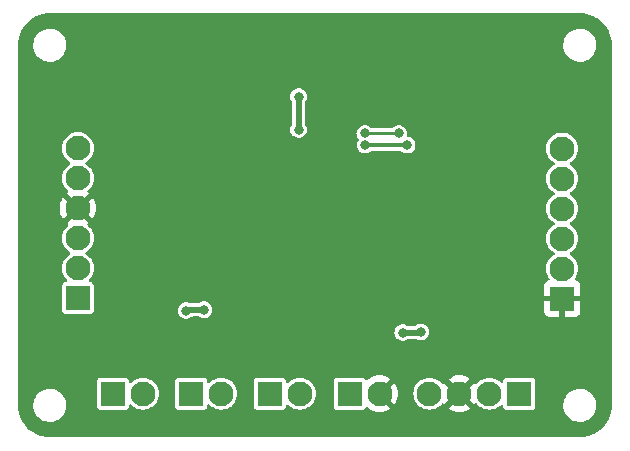
<source format=gbr>
%TF.GenerationSoftware,KiCad,Pcbnew,7.0.6*%
%TF.CreationDate,2024-03-10T00:39:51+00:00*%
%TF.ProjectId,RobotArmMK1.2,526f626f-7441-4726-9d4d-4b312e322e6b,rev?*%
%TF.SameCoordinates,Original*%
%TF.FileFunction,Copper,L2,Bot*%
%TF.FilePolarity,Positive*%
%FSLAX46Y46*%
G04 Gerber Fmt 4.6, Leading zero omitted, Abs format (unit mm)*
G04 Created by KiCad (PCBNEW 7.0.6) date 2024-03-10 00:39:51*
%MOMM*%
%LPD*%
G01*
G04 APERTURE LIST*
%TA.AperFunction,ComponentPad*%
%ADD10C,2.100000*%
%TD*%
%TA.AperFunction,ComponentPad*%
%ADD11R,2.100000X2.100000*%
%TD*%
%TA.AperFunction,ViaPad*%
%ADD12C,0.800000*%
%TD*%
%TA.AperFunction,Conductor*%
%ADD13C,0.500000*%
%TD*%
%TA.AperFunction,Conductor*%
%ADD14C,0.300000*%
%TD*%
%TA.AperFunction,Conductor*%
%ADD15C,0.250000*%
%TD*%
G04 APERTURE END LIST*
D10*
%TO.P,J6,4,Pin_4*%
%TO.N,unconnected-(J6-Pin_4-Pad4)*%
X159750000Y-115000000D03*
%TO.P,J6,3,Pin_3*%
%TO.N,GND*%
X162290000Y-115000000D03*
%TO.P,J6,2,Pin_2*%
%TO.N,PB5_NEO*%
X164830000Y-115000000D03*
D11*
%TO.P,J6,1,Pin_1*%
%TO.N,+5V*%
X167370000Y-115000000D03*
%TD*%
D10*
%TO.P,J4,2,Pin_2*%
%TO.N,PB1_S4*%
X142132500Y-115000000D03*
D11*
%TO.P,J4,1,Pin_1*%
%TO.N,PD6_S3*%
X139592500Y-115000000D03*
%TD*%
%TO.P,J7,1,Pin_1*%
%TO.N,VBUS*%
X153000000Y-115000000D03*
D10*
%TO.P,J7,2,Pin_2*%
%TO.N,GND*%
X155540000Y-115000000D03*
%TD*%
D11*
%TO.P,J5,1,Pin_1*%
%TO.N,PB2_S5*%
X146250000Y-115000000D03*
D10*
%TO.P,J5,2,Pin_2*%
%TO.N,PB3_S6*%
X148790000Y-115000000D03*
%TD*%
D11*
%TO.P,J1,1,Pin_1*%
%TO.N,unconnected-(J1-Pin_1-Pad1)*%
X130000000Y-106910000D03*
D10*
%TO.P,J1,2,Pin_2*%
%TO.N,Net-(J1-Pin_2)*%
X130000000Y-104370000D03*
%TO.P,J1,3,Pin_3*%
%TO.N,PD2_HC05TX*%
X130000000Y-101830000D03*
%TO.P,J1,4,Pin_4*%
%TO.N,GND*%
X130000000Y-99290000D03*
%TO.P,J1,5,Pin_5*%
%TO.N,unconnected-(J1-Pin_5-Pad5)*%
X130000000Y-96750000D03*
%TO.P,J1,6,Pin_6*%
%TO.N,+5V*%
X130000000Y-94210000D03*
%TD*%
D11*
%TO.P,J2,1,Pin_1*%
%TO.N,GND*%
X171000000Y-106950000D03*
D10*
%TO.P,J2,2,Pin_2*%
%TO.N,unconnected-(J2-Pin_2-Pad2)*%
X171000000Y-104410000D03*
%TO.P,J2,3,Pin_3*%
%TO.N,+5V*%
X171000000Y-101870000D03*
%TO.P,J2,4,Pin_4*%
%TO.N,PD0_FTDITX*%
X171000000Y-99330000D03*
%TO.P,J2,5,Pin_5*%
%TO.N,PD1_FTDIRX*%
X171000000Y-96790000D03*
%TO.P,J2,6,Pin_6*%
%TO.N,Net-(J2-Pin_6)*%
X171000000Y-94250000D03*
%TD*%
D11*
%TO.P,J3,1,Pin_1*%
%TO.N,PD3_S1*%
X132960000Y-115000000D03*
D10*
%TO.P,J3,2,Pin_2*%
%TO.N,PD5_S2*%
X135500000Y-115000000D03*
%TD*%
D12*
%TO.N,VBUS*%
X157490500Y-109827360D03*
%TO.N,GND*%
X150210000Y-96960000D03*
X145280000Y-100680000D03*
X142270000Y-100110000D03*
X142080000Y-95640000D03*
X136050000Y-95350000D03*
X132050000Y-99310000D03*
X134920000Y-105910000D03*
X154040000Y-95690000D03*
X156980000Y-107110000D03*
X161530000Y-108060000D03*
X161330000Y-113450000D03*
X155600000Y-112700000D03*
X168750000Y-106980000D03*
X160570000Y-90360000D03*
X164710000Y-90260000D03*
%TO.N,+5V*%
X148680000Y-92649502D03*
X148680000Y-89850498D03*
%TO.N,Net-(J1-Pin_2)*%
X139160500Y-107969137D03*
X140659500Y-107900000D03*
%TO.N,VBUS*%
X159010000Y-109780000D03*
%TO.N,PD0_FTDITX*%
X154290000Y-92970000D03*
X157149502Y-92970000D03*
%TO.N,PD1_FTDIRX*%
X154334709Y-93968502D03*
X157874002Y-93970000D03*
%TD*%
D13*
%TO.N,Net-(J1-Pin_2)*%
X139229637Y-107900000D02*
X140659500Y-107900000D01*
X139160500Y-107969137D02*
X139229637Y-107900000D01*
D14*
%TO.N,PD1_FTDIRX*%
X154336207Y-93970000D02*
X154334709Y-93968502D01*
X157874002Y-93970000D02*
X154336207Y-93970000D01*
D15*
%TO.N,PD0_FTDITX*%
X157149502Y-92970000D02*
X154290000Y-92970000D01*
D13*
%TO.N,+5V*%
X148680000Y-92649502D02*
X148680000Y-89850498D01*
%TO.N,VBUS*%
X157490500Y-109827360D02*
X158962640Y-109827360D01*
X158962640Y-109827360D02*
X159010000Y-109780000D01*
%TD*%
%TA.AperFunction,Conductor*%
%TO.N,GND*%
G36*
X172501735Y-82800598D02*
G01*
X172642940Y-82808527D01*
X172798780Y-82817279D01*
X172805670Y-82818055D01*
X173054372Y-82860311D01*
X173097257Y-82867598D01*
X173104041Y-82869146D01*
X173388242Y-82951023D01*
X173394809Y-82953322D01*
X173531428Y-83009911D01*
X173668060Y-83066505D01*
X173674309Y-83069515D01*
X173860496Y-83172416D01*
X173933170Y-83212582D01*
X173939062Y-83216284D01*
X174180268Y-83387429D01*
X174185708Y-83391767D01*
X174406236Y-83588843D01*
X174411156Y-83593763D01*
X174608232Y-83814291D01*
X174612570Y-83819731D01*
X174783715Y-84060937D01*
X174787417Y-84066829D01*
X174930480Y-84325682D01*
X174933497Y-84331947D01*
X174949376Y-84370282D01*
X175046677Y-84605190D01*
X175048976Y-84611757D01*
X175130853Y-84895958D01*
X175132401Y-84902742D01*
X175181942Y-85194315D01*
X175182721Y-85201229D01*
X175199402Y-85498263D01*
X175199500Y-85501740D01*
X175199500Y-115998258D01*
X175199402Y-116001735D01*
X175182721Y-116298770D01*
X175181942Y-116305684D01*
X175132401Y-116597257D01*
X175130853Y-116604041D01*
X175048976Y-116888242D01*
X175046677Y-116894809D01*
X174933499Y-117168048D01*
X174930480Y-117174317D01*
X174787417Y-117433170D01*
X174783715Y-117439062D01*
X174612570Y-117680268D01*
X174608232Y-117685708D01*
X174411156Y-117906236D01*
X174406236Y-117911156D01*
X174185708Y-118108232D01*
X174180268Y-118112570D01*
X173939062Y-118283715D01*
X173933170Y-118287417D01*
X173674317Y-118430480D01*
X173668048Y-118433499D01*
X173394809Y-118546677D01*
X173388242Y-118548976D01*
X173104041Y-118630853D01*
X173097257Y-118632401D01*
X172805684Y-118681942D01*
X172798770Y-118682721D01*
X172501735Y-118699402D01*
X172498258Y-118699500D01*
X127678913Y-118699500D01*
X127678901Y-118699499D01*
X127623057Y-118699499D01*
X127619581Y-118699401D01*
X127322547Y-118682723D01*
X127315632Y-118681944D01*
X127024057Y-118632404D01*
X127017273Y-118630856D01*
X126733069Y-118548981D01*
X126726507Y-118546685D01*
X126453264Y-118433505D01*
X126446996Y-118430487D01*
X126188138Y-118287423D01*
X126182247Y-118283721D01*
X126061643Y-118198148D01*
X125941030Y-118112570D01*
X125935604Y-118108242D01*
X125863834Y-118044105D01*
X125715065Y-117911157D01*
X125710152Y-117906245D01*
X125513071Y-117685713D01*
X125508741Y-117680284D01*
X125337586Y-117439066D01*
X125333886Y-117433177D01*
X125249664Y-117280789D01*
X125190817Y-117174313D01*
X125187807Y-117168064D01*
X125074621Y-116894809D01*
X125072324Y-116888246D01*
X124990447Y-116604044D01*
X124988899Y-116597260D01*
X124952890Y-116385331D01*
X124939355Y-116305672D01*
X124938579Y-116298779D01*
X124928538Y-116119987D01*
X124921918Y-116002091D01*
X124921820Y-115998614D01*
X124921820Y-115940346D01*
X126217022Y-115940346D01*
X126227139Y-116178528D01*
X126227139Y-116178532D01*
X126277365Y-116411580D01*
X126354705Y-116604044D01*
X126366256Y-116632790D01*
X126491251Y-116835795D01*
X126648756Y-117014755D01*
X126834240Y-117164523D01*
X127042366Y-117280790D01*
X127168271Y-117325275D01*
X127267149Y-117360211D01*
X127502110Y-117400499D01*
X127502118Y-117400499D01*
X127502120Y-117400500D01*
X127502121Y-117400500D01*
X127680822Y-117400500D01*
X127858856Y-117385347D01*
X127858859Y-117385346D01*
X127858861Y-117385346D01*
X128089569Y-117325275D01*
X128222293Y-117265279D01*
X128306800Y-117227080D01*
X128306801Y-117227078D01*
X128306806Y-117227077D01*
X128504323Y-117093579D01*
X128676438Y-116928621D01*
X128818199Y-116736947D01*
X128925527Y-116524074D01*
X128995336Y-116296123D01*
X129021110Y-116094856D01*
X131609500Y-116094856D01*
X131609502Y-116094882D01*
X131612413Y-116119987D01*
X131612415Y-116119991D01*
X131657793Y-116222764D01*
X131657794Y-116222764D01*
X131657794Y-116222765D01*
X131737235Y-116302206D01*
X131840009Y-116347585D01*
X131865135Y-116350500D01*
X134054864Y-116350499D01*
X134054879Y-116350497D01*
X134054882Y-116350497D01*
X134079987Y-116347586D01*
X134079988Y-116347585D01*
X134079991Y-116347585D01*
X134182765Y-116302206D01*
X134262206Y-116222765D01*
X134307585Y-116119991D01*
X134310500Y-116094865D01*
X134310500Y-116019755D01*
X134330183Y-115952719D01*
X134382986Y-115906963D01*
X134452144Y-115897019D01*
X134515701Y-115926043D01*
X134522180Y-115932076D01*
X134628599Y-116038495D01*
X134709089Y-116094855D01*
X134822165Y-116174032D01*
X134822167Y-116174033D01*
X134822170Y-116174035D01*
X135036337Y-116273903D01*
X135264592Y-116335063D01*
X135441034Y-116350500D01*
X135499999Y-116355659D01*
X135500000Y-116355659D01*
X135500001Y-116355659D01*
X135558966Y-116350500D01*
X135735408Y-116335063D01*
X135963663Y-116273903D01*
X136177830Y-116174035D01*
X136290909Y-116094856D01*
X138242000Y-116094856D01*
X138242002Y-116094882D01*
X138244913Y-116119987D01*
X138244915Y-116119991D01*
X138290293Y-116222764D01*
X138290294Y-116222764D01*
X138290294Y-116222765D01*
X138369735Y-116302206D01*
X138472509Y-116347585D01*
X138497635Y-116350500D01*
X140687364Y-116350499D01*
X140687379Y-116350497D01*
X140687382Y-116350497D01*
X140712487Y-116347586D01*
X140712488Y-116347585D01*
X140712491Y-116347585D01*
X140815265Y-116302206D01*
X140894706Y-116222765D01*
X140940085Y-116119991D01*
X140943000Y-116094865D01*
X140943000Y-116019755D01*
X140962683Y-115952719D01*
X141015486Y-115906963D01*
X141084644Y-115897019D01*
X141148201Y-115926043D01*
X141154680Y-115932076D01*
X141261099Y-116038495D01*
X141341589Y-116094855D01*
X141454665Y-116174032D01*
X141454667Y-116174033D01*
X141454670Y-116174035D01*
X141668837Y-116273903D01*
X141897092Y-116335063D01*
X142073534Y-116350500D01*
X142132499Y-116355659D01*
X142132500Y-116355659D01*
X142132501Y-116355659D01*
X142191466Y-116350500D01*
X142367908Y-116335063D01*
X142596163Y-116273903D01*
X142810330Y-116174035D01*
X142923409Y-116094856D01*
X144899500Y-116094856D01*
X144899502Y-116094882D01*
X144902413Y-116119987D01*
X144902415Y-116119991D01*
X144947793Y-116222764D01*
X144947794Y-116222764D01*
X144947794Y-116222765D01*
X145027235Y-116302206D01*
X145130009Y-116347585D01*
X145155135Y-116350500D01*
X147344864Y-116350499D01*
X147344879Y-116350497D01*
X147344882Y-116350497D01*
X147369987Y-116347586D01*
X147369988Y-116347585D01*
X147369991Y-116347585D01*
X147472765Y-116302206D01*
X147552206Y-116222765D01*
X147597585Y-116119991D01*
X147600500Y-116094865D01*
X147600500Y-116019755D01*
X147620183Y-115952719D01*
X147672986Y-115906963D01*
X147742144Y-115897019D01*
X147805701Y-115926043D01*
X147812180Y-115932076D01*
X147918599Y-116038495D01*
X147999089Y-116094855D01*
X148112165Y-116174032D01*
X148112167Y-116174033D01*
X148112170Y-116174035D01*
X148326337Y-116273903D01*
X148554592Y-116335063D01*
X148731034Y-116350500D01*
X148789999Y-116355659D01*
X148790000Y-116355659D01*
X148790001Y-116355659D01*
X148848966Y-116350500D01*
X149025408Y-116335063D01*
X149253663Y-116273903D01*
X149467830Y-116174035D01*
X149580909Y-116094856D01*
X151649500Y-116094856D01*
X151649502Y-116094882D01*
X151652413Y-116119987D01*
X151652415Y-116119991D01*
X151697793Y-116222764D01*
X151697794Y-116222765D01*
X151777235Y-116302206D01*
X151880009Y-116347585D01*
X151905135Y-116350500D01*
X154094864Y-116350499D01*
X154094879Y-116350497D01*
X154094882Y-116350497D01*
X154119987Y-116347586D01*
X154119988Y-116347585D01*
X154119991Y-116347585D01*
X154222765Y-116302206D01*
X154302206Y-116222765D01*
X154312367Y-116199750D01*
X154357449Y-116146378D01*
X154424235Y-116125849D01*
X154491518Y-116144686D01*
X154506332Y-116155549D01*
X154626113Y-116257852D01*
X154626118Y-116257855D01*
X154834138Y-116385331D01*
X155059542Y-116478696D01*
X155296780Y-116535651D01*
X155296779Y-116535651D01*
X155540000Y-116554792D01*
X155783219Y-116535651D01*
X156020457Y-116478696D01*
X156245861Y-116385331D01*
X156447942Y-116261494D01*
X155711569Y-115525121D01*
X155828458Y-115474349D01*
X155945739Y-115378934D01*
X156032928Y-115255415D01*
X156063354Y-115169802D01*
X156801494Y-115907942D01*
X156925331Y-115705861D01*
X157018696Y-115480457D01*
X157075651Y-115243219D01*
X157094792Y-115000000D01*
X158394341Y-115000000D01*
X158414936Y-115235403D01*
X158414938Y-115235413D01*
X158476094Y-115463655D01*
X158476096Y-115463659D01*
X158476097Y-115463663D01*
X158497336Y-115509209D01*
X158575965Y-115677830D01*
X158575967Y-115677834D01*
X158676544Y-115821471D01*
X158711505Y-115871401D01*
X158878599Y-116038495D01*
X158959089Y-116094855D01*
X159072165Y-116174032D01*
X159072167Y-116174033D01*
X159072170Y-116174035D01*
X159286337Y-116273903D01*
X159514592Y-116335063D01*
X159691034Y-116350500D01*
X159749999Y-116355659D01*
X159750000Y-116355659D01*
X159750001Y-116355659D01*
X159808966Y-116350500D01*
X159985408Y-116335063D01*
X160213663Y-116273903D01*
X160427830Y-116174035D01*
X160621401Y-116038495D01*
X160788495Y-115871401D01*
X160796063Y-115860591D01*
X160850637Y-115816966D01*
X160920135Y-115809769D01*
X160982491Y-115841289D01*
X161003367Y-115866922D01*
X161028504Y-115907942D01*
X161764070Y-115172376D01*
X161766884Y-115185915D01*
X161836442Y-115320156D01*
X161939638Y-115430652D01*
X162068819Y-115509209D01*
X162120002Y-115523549D01*
X161382056Y-116261494D01*
X161584138Y-116385331D01*
X161809542Y-116478696D01*
X162046780Y-116535651D01*
X162046779Y-116535651D01*
X162290000Y-116554792D01*
X162533219Y-116535651D01*
X162770457Y-116478696D01*
X162995861Y-116385331D01*
X163197942Y-116261494D01*
X162461568Y-115525121D01*
X162578458Y-115474349D01*
X162695739Y-115378934D01*
X162782928Y-115255415D01*
X162813354Y-115169802D01*
X163551494Y-115907942D01*
X163576632Y-115866922D01*
X163628443Y-115820047D01*
X163697373Y-115808624D01*
X163761536Y-115836281D01*
X163783934Y-115860589D01*
X163791500Y-115871395D01*
X163791505Y-115871401D01*
X163958599Y-116038495D01*
X164039089Y-116094855D01*
X164152165Y-116174032D01*
X164152167Y-116174033D01*
X164152170Y-116174035D01*
X164366337Y-116273903D01*
X164594592Y-116335063D01*
X164771034Y-116350500D01*
X164829999Y-116355659D01*
X164830000Y-116355659D01*
X164830001Y-116355659D01*
X164888966Y-116350500D01*
X165065408Y-116335063D01*
X165293663Y-116273903D01*
X165507830Y-116174035D01*
X165701401Y-116038495D01*
X165807822Y-115932073D01*
X165869141Y-115898591D01*
X165938833Y-115903575D01*
X165994767Y-115945446D01*
X166019184Y-116010910D01*
X166019500Y-116019755D01*
X166019500Y-116094855D01*
X166019502Y-116094882D01*
X166022413Y-116119987D01*
X166022415Y-116119991D01*
X166067793Y-116222764D01*
X166067794Y-116222764D01*
X166067794Y-116222765D01*
X166147235Y-116302206D01*
X166250009Y-116347585D01*
X166275135Y-116350500D01*
X168464864Y-116350499D01*
X168464879Y-116350497D01*
X168464882Y-116350497D01*
X168489987Y-116347586D01*
X168489988Y-116347585D01*
X168489991Y-116347585D01*
X168592765Y-116302206D01*
X168672206Y-116222765D01*
X168717585Y-116119991D01*
X168720500Y-116094865D01*
X168720500Y-115940346D01*
X171095702Y-115940346D01*
X171105819Y-116178528D01*
X171105819Y-116178532D01*
X171156045Y-116411580D01*
X171233385Y-116604044D01*
X171244936Y-116632790D01*
X171369931Y-116835795D01*
X171527436Y-117014755D01*
X171712920Y-117164523D01*
X171921046Y-117280790D01*
X172046951Y-117325275D01*
X172145829Y-117360211D01*
X172380790Y-117400499D01*
X172380798Y-117400499D01*
X172380800Y-117400500D01*
X172380801Y-117400500D01*
X172559502Y-117400500D01*
X172737536Y-117385347D01*
X172737539Y-117385346D01*
X172737541Y-117385346D01*
X172968249Y-117325275D01*
X173100973Y-117265279D01*
X173185480Y-117227080D01*
X173185481Y-117227078D01*
X173185486Y-117227077D01*
X173383003Y-117093579D01*
X173555118Y-116928621D01*
X173696879Y-116736947D01*
X173804207Y-116524074D01*
X173874016Y-116296123D01*
X173904298Y-116059654D01*
X173899755Y-115952719D01*
X173894180Y-115821471D01*
X173894180Y-115821467D01*
X173843954Y-115588419D01*
X173755064Y-115367211D01*
X173755064Y-115367210D01*
X173630069Y-115164205D01*
X173472564Y-114985245D01*
X173287080Y-114835477D01*
X173146207Y-114756780D01*
X173078955Y-114719210D01*
X172854170Y-114639788D01*
X172619209Y-114599500D01*
X172619200Y-114599500D01*
X172440503Y-114599500D01*
X172440498Y-114599500D01*
X172262463Y-114614652D01*
X172031751Y-114674724D01*
X171814519Y-114772919D01*
X171814511Y-114772924D01*
X171617006Y-114906413D01*
X171616997Y-114906421D01*
X171444881Y-115071379D01*
X171303123Y-115263050D01*
X171303120Y-115263054D01*
X171195796Y-115475920D01*
X171195793Y-115475926D01*
X171125983Y-115703878D01*
X171095702Y-115940346D01*
X168720500Y-115940346D01*
X168720499Y-113905136D01*
X168720497Y-113905117D01*
X168717586Y-113880012D01*
X168717585Y-113880010D01*
X168717585Y-113880009D01*
X168672206Y-113777235D01*
X168592765Y-113697794D01*
X168592765Y-113697793D01*
X168489992Y-113652415D01*
X168464865Y-113649500D01*
X166275143Y-113649500D01*
X166275117Y-113649502D01*
X166250012Y-113652413D01*
X166250008Y-113652415D01*
X166147235Y-113697793D01*
X166067794Y-113777234D01*
X166022415Y-113880006D01*
X166022415Y-113880008D01*
X166019500Y-113905131D01*
X166019500Y-113980241D01*
X165999815Y-114047280D01*
X165947011Y-114093035D01*
X165877853Y-114102979D01*
X165814297Y-114073954D01*
X165807819Y-114067923D01*
X165787176Y-114047280D01*
X165701401Y-113961505D01*
X165701397Y-113961502D01*
X165701396Y-113961501D01*
X165507834Y-113825967D01*
X165507830Y-113825965D01*
X165507828Y-113825964D01*
X165293663Y-113726097D01*
X165293659Y-113726096D01*
X165293655Y-113726094D01*
X165065413Y-113664938D01*
X165065403Y-113664936D01*
X164830001Y-113644341D01*
X164829999Y-113644341D01*
X164594596Y-113664936D01*
X164594586Y-113664938D01*
X164366344Y-113726094D01*
X164366335Y-113726098D01*
X164152171Y-113825964D01*
X164152169Y-113825965D01*
X163958597Y-113961505D01*
X163791506Y-114128597D01*
X163791500Y-114128604D01*
X163783932Y-114139413D01*
X163729354Y-114183037D01*
X163659855Y-114190228D01*
X163597501Y-114158704D01*
X163576632Y-114133077D01*
X163551494Y-114092056D01*
X162815929Y-114827622D01*
X162813116Y-114814085D01*
X162743558Y-114679844D01*
X162640362Y-114569348D01*
X162511181Y-114490791D01*
X162459997Y-114476450D01*
X163197942Y-113738504D01*
X162995861Y-113614668D01*
X162770457Y-113521303D01*
X162533219Y-113464348D01*
X162533220Y-113464348D01*
X162290000Y-113445207D01*
X162046780Y-113464348D01*
X161809542Y-113521303D01*
X161584146Y-113614665D01*
X161584141Y-113614668D01*
X161382056Y-113738504D01*
X162118431Y-114474878D01*
X162001542Y-114525651D01*
X161884261Y-114621066D01*
X161797072Y-114744585D01*
X161766645Y-114830197D01*
X161028504Y-114092056D01*
X161028503Y-114092056D01*
X161003367Y-114133076D01*
X160951555Y-114179951D01*
X160882625Y-114191374D01*
X160818463Y-114163716D01*
X160796066Y-114139411D01*
X160788493Y-114128596D01*
X160621402Y-113961506D01*
X160621395Y-113961501D01*
X160427834Y-113825967D01*
X160427830Y-113825965D01*
X160427828Y-113825964D01*
X160213663Y-113726097D01*
X160213659Y-113726096D01*
X160213655Y-113726094D01*
X159985413Y-113664938D01*
X159985403Y-113664936D01*
X159750001Y-113644341D01*
X159749999Y-113644341D01*
X159514596Y-113664936D01*
X159514586Y-113664938D01*
X159286344Y-113726094D01*
X159286335Y-113726098D01*
X159072171Y-113825964D01*
X159072169Y-113825965D01*
X158878597Y-113961505D01*
X158711505Y-114128597D01*
X158575965Y-114322169D01*
X158575964Y-114322171D01*
X158476098Y-114536335D01*
X158476094Y-114536344D01*
X158414938Y-114764586D01*
X158414936Y-114764596D01*
X158394341Y-114999999D01*
X158394341Y-115000000D01*
X157094792Y-115000000D01*
X157075651Y-114756780D01*
X157018696Y-114519542D01*
X156925331Y-114294138D01*
X156801494Y-114092056D01*
X156065929Y-114827622D01*
X156063116Y-114814085D01*
X155993558Y-114679844D01*
X155890362Y-114569348D01*
X155761181Y-114490791D01*
X155709996Y-114476449D01*
X156447942Y-113738504D01*
X156245861Y-113614668D01*
X156020457Y-113521303D01*
X155783219Y-113464348D01*
X155783220Y-113464348D01*
X155540000Y-113445207D01*
X155296780Y-113464348D01*
X155059542Y-113521303D01*
X154834138Y-113614668D01*
X154626118Y-113742144D01*
X154626114Y-113742146D01*
X154506331Y-113844451D01*
X154442570Y-113873021D01*
X154373484Y-113862584D01*
X154321008Y-113816453D01*
X154312370Y-113800254D01*
X154302206Y-113777235D01*
X154222765Y-113697794D01*
X154222764Y-113697793D01*
X154119992Y-113652415D01*
X154094865Y-113649500D01*
X151905143Y-113649500D01*
X151905117Y-113649502D01*
X151880012Y-113652413D01*
X151880008Y-113652415D01*
X151777235Y-113697793D01*
X151697794Y-113777234D01*
X151652415Y-113880006D01*
X151652415Y-113880008D01*
X151649500Y-113905131D01*
X151649500Y-116094856D01*
X149580909Y-116094856D01*
X149661401Y-116038495D01*
X149828495Y-115871401D01*
X149964035Y-115677830D01*
X150063903Y-115463663D01*
X150125063Y-115235408D01*
X150145659Y-115000000D01*
X150125063Y-114764592D01*
X150063903Y-114536337D01*
X149964035Y-114322171D01*
X149944407Y-114294138D01*
X149828494Y-114128597D01*
X149661402Y-113961506D01*
X149661395Y-113961501D01*
X149467834Y-113825967D01*
X149467830Y-113825965D01*
X149467828Y-113825964D01*
X149253663Y-113726097D01*
X149253659Y-113726096D01*
X149253655Y-113726094D01*
X149025413Y-113664938D01*
X149025403Y-113664936D01*
X148790001Y-113644341D01*
X148789999Y-113644341D01*
X148554596Y-113664936D01*
X148554586Y-113664938D01*
X148326344Y-113726094D01*
X148326335Y-113726098D01*
X148112171Y-113825964D01*
X148112169Y-113825965D01*
X147918597Y-113961505D01*
X147812180Y-114067923D01*
X147750857Y-114101408D01*
X147681165Y-114096424D01*
X147625232Y-114054552D01*
X147600815Y-113989088D01*
X147600499Y-113980242D01*
X147600499Y-113905143D01*
X147600499Y-113905136D01*
X147600497Y-113905117D01*
X147597586Y-113880012D01*
X147597585Y-113880010D01*
X147597585Y-113880009D01*
X147552206Y-113777235D01*
X147472765Y-113697794D01*
X147472765Y-113697793D01*
X147369992Y-113652415D01*
X147344865Y-113649500D01*
X145155143Y-113649500D01*
X145155117Y-113649502D01*
X145130012Y-113652413D01*
X145130008Y-113652415D01*
X145027235Y-113697793D01*
X144947794Y-113777234D01*
X144902415Y-113880006D01*
X144902415Y-113880008D01*
X144899500Y-113905131D01*
X144899500Y-116094856D01*
X142923409Y-116094856D01*
X143003901Y-116038495D01*
X143170995Y-115871401D01*
X143306535Y-115677830D01*
X143406403Y-115463663D01*
X143467563Y-115235408D01*
X143488159Y-115000000D01*
X143467563Y-114764592D01*
X143406403Y-114536337D01*
X143306535Y-114322171D01*
X143286907Y-114294138D01*
X143170994Y-114128597D01*
X143003902Y-113961506D01*
X143003895Y-113961501D01*
X142810334Y-113825967D01*
X142810330Y-113825965D01*
X142810330Y-113825964D01*
X142596163Y-113726097D01*
X142596159Y-113726096D01*
X142596155Y-113726094D01*
X142367913Y-113664938D01*
X142367903Y-113664936D01*
X142132501Y-113644341D01*
X142132499Y-113644341D01*
X141897096Y-113664936D01*
X141897086Y-113664938D01*
X141668844Y-113726094D01*
X141668835Y-113726098D01*
X141454671Y-113825964D01*
X141454669Y-113825965D01*
X141261097Y-113961505D01*
X141154680Y-114067923D01*
X141093357Y-114101408D01*
X141023665Y-114096424D01*
X140967732Y-114054552D01*
X140943315Y-113989088D01*
X140942999Y-113980242D01*
X140942999Y-113905143D01*
X140942999Y-113905136D01*
X140942997Y-113905117D01*
X140940086Y-113880012D01*
X140940085Y-113880010D01*
X140940085Y-113880009D01*
X140894706Y-113777235D01*
X140815265Y-113697794D01*
X140815264Y-113697793D01*
X140712492Y-113652415D01*
X140687365Y-113649500D01*
X138497643Y-113649500D01*
X138497617Y-113649502D01*
X138472512Y-113652413D01*
X138472508Y-113652415D01*
X138369735Y-113697793D01*
X138290294Y-113777234D01*
X138244915Y-113880006D01*
X138244915Y-113880008D01*
X138242000Y-113905131D01*
X138242000Y-116094856D01*
X136290909Y-116094856D01*
X136371401Y-116038495D01*
X136538495Y-115871401D01*
X136674035Y-115677830D01*
X136773903Y-115463663D01*
X136835063Y-115235408D01*
X136855659Y-115000000D01*
X136835063Y-114764592D01*
X136773903Y-114536337D01*
X136674035Y-114322171D01*
X136654407Y-114294138D01*
X136538494Y-114128597D01*
X136371402Y-113961506D01*
X136371395Y-113961501D01*
X136177834Y-113825967D01*
X136177830Y-113825965D01*
X136177829Y-113825964D01*
X135963663Y-113726097D01*
X135963659Y-113726096D01*
X135963655Y-113726094D01*
X135735413Y-113664938D01*
X135735403Y-113664936D01*
X135500001Y-113644341D01*
X135499999Y-113644341D01*
X135264596Y-113664936D01*
X135264586Y-113664938D01*
X135036344Y-113726094D01*
X135036335Y-113726098D01*
X134822171Y-113825964D01*
X134822169Y-113825965D01*
X134628597Y-113961505D01*
X134522180Y-114067923D01*
X134460857Y-114101408D01*
X134391165Y-114096424D01*
X134335232Y-114054552D01*
X134310815Y-113989088D01*
X134310499Y-113980242D01*
X134310499Y-113905143D01*
X134310499Y-113905136D01*
X134310497Y-113905117D01*
X134307586Y-113880012D01*
X134307585Y-113880010D01*
X134307585Y-113880009D01*
X134262206Y-113777235D01*
X134182765Y-113697794D01*
X134182764Y-113697793D01*
X134079992Y-113652415D01*
X134054865Y-113649500D01*
X131865143Y-113649500D01*
X131865117Y-113649502D01*
X131840012Y-113652413D01*
X131840008Y-113652415D01*
X131737235Y-113697793D01*
X131657794Y-113777234D01*
X131612415Y-113880006D01*
X131612415Y-113880008D01*
X131609500Y-113905131D01*
X131609500Y-116094856D01*
X129021110Y-116094856D01*
X129025618Y-116059654D01*
X129021075Y-115952719D01*
X129015500Y-115821471D01*
X129015500Y-115821467D01*
X128965274Y-115588419D01*
X128876384Y-115367211D01*
X128876384Y-115367210D01*
X128751389Y-115164205D01*
X128593884Y-114985245D01*
X128408400Y-114835477D01*
X128267527Y-114756780D01*
X128200275Y-114719210D01*
X127975490Y-114639788D01*
X127740529Y-114599500D01*
X127740520Y-114599500D01*
X127561823Y-114599500D01*
X127561818Y-114599500D01*
X127383783Y-114614652D01*
X127153071Y-114674724D01*
X126935839Y-114772919D01*
X126935831Y-114772924D01*
X126738326Y-114906413D01*
X126738317Y-114906421D01*
X126566201Y-115071379D01*
X126424443Y-115263050D01*
X126424440Y-115263054D01*
X126317116Y-115475920D01*
X126317113Y-115475926D01*
X126247303Y-115703878D01*
X126217022Y-115940346D01*
X124921820Y-115940346D01*
X124921820Y-109827359D01*
X156784855Y-109827359D01*
X156805359Y-109996229D01*
X156805360Y-109996234D01*
X156865682Y-110155291D01*
X156927975Y-110245537D01*
X156962317Y-110295289D01*
X157036192Y-110360736D01*
X157089650Y-110408096D01*
X157240273Y-110487149D01*
X157240275Y-110487150D01*
X157405444Y-110527860D01*
X157575556Y-110527860D01*
X157740725Y-110487150D01*
X157830963Y-110439789D01*
X157891345Y-110408098D01*
X157891346Y-110408096D01*
X157891352Y-110408094D01*
X157891356Y-110408090D01*
X157897520Y-110403836D01*
X157898460Y-110405199D01*
X157953511Y-110379323D01*
X157972506Y-110377860D01*
X158611216Y-110377860D01*
X158668841Y-110392063D01*
X158759775Y-110439790D01*
X158924944Y-110480500D01*
X159095056Y-110480500D01*
X159260225Y-110439790D01*
X159375434Y-110379323D01*
X159410849Y-110360736D01*
X159410850Y-110360734D01*
X159410852Y-110360734D01*
X159538183Y-110247929D01*
X159634818Y-110107930D01*
X159695140Y-109948872D01*
X159715645Y-109780000D01*
X159695140Y-109611128D01*
X159634818Y-109452070D01*
X159538183Y-109312071D01*
X159410852Y-109199266D01*
X159410849Y-109199263D01*
X159260226Y-109120210D01*
X159095056Y-109079500D01*
X158924944Y-109079500D01*
X158759773Y-109120210D01*
X158609150Y-109199264D01*
X158556762Y-109245676D01*
X158493529Y-109275397D01*
X158474535Y-109276860D01*
X157972506Y-109276860D01*
X157905467Y-109257175D01*
X157893425Y-109248057D01*
X157891345Y-109246621D01*
X157740726Y-109167570D01*
X157575556Y-109126860D01*
X157405444Y-109126860D01*
X157240273Y-109167570D01*
X157089650Y-109246623D01*
X156962316Y-109359432D01*
X156865682Y-109499428D01*
X156805360Y-109658485D01*
X156805359Y-109658490D01*
X156784855Y-109827359D01*
X124921820Y-109827359D01*
X124921820Y-99290000D01*
X128445207Y-99290000D01*
X128464348Y-99533219D01*
X128521303Y-99770457D01*
X128614668Y-99995861D01*
X128738504Y-100197942D01*
X129474070Y-99462376D01*
X129476884Y-99475915D01*
X129546442Y-99610156D01*
X129649638Y-99720652D01*
X129778819Y-99799209D01*
X129830002Y-99813549D01*
X129092056Y-100551494D01*
X129133077Y-100576632D01*
X129179952Y-100628443D01*
X129191375Y-100697373D01*
X129163718Y-100761536D01*
X129139413Y-100783932D01*
X129128604Y-100791500D01*
X129128597Y-100791506D01*
X128961505Y-100958597D01*
X128825965Y-101152169D01*
X128825964Y-101152171D01*
X128726098Y-101366335D01*
X128726094Y-101366344D01*
X128664938Y-101594586D01*
X128664936Y-101594596D01*
X128644341Y-101829999D01*
X128644341Y-101830000D01*
X128664936Y-102065403D01*
X128664938Y-102065413D01*
X128726094Y-102293655D01*
X128726096Y-102293659D01*
X128726097Y-102293663D01*
X128744750Y-102333664D01*
X128825965Y-102507830D01*
X128825967Y-102507834D01*
X128961501Y-102701395D01*
X128961506Y-102701402D01*
X129128597Y-102868493D01*
X129128603Y-102868498D01*
X129314158Y-102998425D01*
X129357783Y-103053002D01*
X129364977Y-103122500D01*
X129333454Y-103184855D01*
X129314158Y-103201575D01*
X129128597Y-103331505D01*
X128961505Y-103498597D01*
X128825965Y-103692169D01*
X128825964Y-103692171D01*
X128726098Y-103906335D01*
X128726094Y-103906344D01*
X128664938Y-104134586D01*
X128664936Y-104134596D01*
X128644341Y-104369999D01*
X128644341Y-104370000D01*
X128664936Y-104605403D01*
X128664938Y-104605413D01*
X128726094Y-104833655D01*
X128726096Y-104833659D01*
X128726097Y-104833663D01*
X128744750Y-104873664D01*
X128825965Y-105047830D01*
X128825967Y-105047834D01*
X128961501Y-105241395D01*
X128961506Y-105241402D01*
X129067923Y-105347819D01*
X129101408Y-105409142D01*
X129096424Y-105478834D01*
X129054552Y-105534767D01*
X128989088Y-105559184D01*
X128980244Y-105559500D01*
X128905144Y-105559500D01*
X128905117Y-105559502D01*
X128880012Y-105562413D01*
X128880008Y-105562415D01*
X128777235Y-105607793D01*
X128697794Y-105687234D01*
X128652415Y-105790006D01*
X128652415Y-105790008D01*
X128649500Y-105815131D01*
X128649500Y-108004856D01*
X128649502Y-108004882D01*
X128652413Y-108029987D01*
X128652415Y-108029991D01*
X128697793Y-108132764D01*
X128697794Y-108132765D01*
X128777235Y-108212206D01*
X128880009Y-108257585D01*
X128905135Y-108260500D01*
X131094864Y-108260499D01*
X131094879Y-108260497D01*
X131094882Y-108260497D01*
X131119987Y-108257586D01*
X131119988Y-108257585D01*
X131119991Y-108257585D01*
X131222765Y-108212206D01*
X131302206Y-108132765D01*
X131347585Y-108029991D01*
X131350500Y-108004865D01*
X131350500Y-107969137D01*
X138454855Y-107969137D01*
X138475359Y-108138006D01*
X138475360Y-108138011D01*
X138535682Y-108297068D01*
X138577180Y-108357187D01*
X138632317Y-108437066D01*
X138696129Y-108493598D01*
X138759650Y-108549873D01*
X138856112Y-108600500D01*
X138910275Y-108628927D01*
X139075444Y-108669637D01*
X139245556Y-108669637D01*
X139410725Y-108628927D01*
X139561352Y-108549871D01*
X139638319Y-108481683D01*
X139701550Y-108451963D01*
X139720545Y-108450500D01*
X140177494Y-108450500D01*
X140244533Y-108470185D01*
X140256574Y-108479302D01*
X140258654Y-108480738D01*
X140390376Y-108549871D01*
X140409275Y-108559790D01*
X140574444Y-108600500D01*
X140744556Y-108600500D01*
X140909725Y-108559790D01*
X141035846Y-108493596D01*
X141060349Y-108480736D01*
X141060350Y-108480734D01*
X141060352Y-108480734D01*
X141187683Y-108367929D01*
X141284318Y-108227930D01*
X141344640Y-108068872D01*
X141347193Y-108047844D01*
X169450000Y-108047844D01*
X169456401Y-108107372D01*
X169456403Y-108107379D01*
X169506645Y-108242086D01*
X169506649Y-108242093D01*
X169592809Y-108357187D01*
X169592812Y-108357190D01*
X169707906Y-108443350D01*
X169707913Y-108443354D01*
X169842620Y-108493596D01*
X169842627Y-108493598D01*
X169902155Y-108499999D01*
X169902172Y-108500000D01*
X170750000Y-108500000D01*
X170750000Y-107441683D01*
X170778819Y-107459209D01*
X170924404Y-107500000D01*
X171037622Y-107500000D01*
X171149783Y-107484584D01*
X171250000Y-107441053D01*
X171250000Y-108500000D01*
X172097828Y-108500000D01*
X172097844Y-108499999D01*
X172157372Y-108493598D01*
X172157379Y-108493596D01*
X172292086Y-108443354D01*
X172292093Y-108443350D01*
X172407187Y-108357190D01*
X172407190Y-108357187D01*
X172493350Y-108242093D01*
X172493354Y-108242086D01*
X172543596Y-108107379D01*
X172543598Y-108107372D01*
X172549999Y-108047844D01*
X172550000Y-108047827D01*
X172550000Y-107200000D01*
X171494852Y-107200000D01*
X171543559Y-107062953D01*
X171553877Y-106912114D01*
X171523116Y-106764085D01*
X171489910Y-106700000D01*
X172550000Y-106700000D01*
X172550000Y-105852172D01*
X172549999Y-105852155D01*
X172543598Y-105792627D01*
X172543596Y-105792620D01*
X172493354Y-105657913D01*
X172493350Y-105657906D01*
X172407190Y-105542812D01*
X172407187Y-105542809D01*
X172292093Y-105456649D01*
X172292086Y-105456645D01*
X172150108Y-105403691D01*
X172150630Y-105402289D01*
X172097476Y-105372021D01*
X172065091Y-105310110D01*
X172071318Y-105240518D01*
X172085130Y-105214798D01*
X172174035Y-105087830D01*
X172273903Y-104873663D01*
X172335063Y-104645408D01*
X172355659Y-104410000D01*
X172335063Y-104174592D01*
X172273903Y-103946337D01*
X172174035Y-103732171D01*
X172146026Y-103692169D01*
X172038494Y-103538597D01*
X171871402Y-103371506D01*
X171871396Y-103371501D01*
X171685842Y-103241575D01*
X171642217Y-103186998D01*
X171635023Y-103117500D01*
X171666546Y-103055145D01*
X171685842Y-103038425D01*
X171742968Y-102998425D01*
X171871401Y-102908495D01*
X172038495Y-102741401D01*
X172174035Y-102547830D01*
X172273903Y-102333663D01*
X172335063Y-102105408D01*
X172355659Y-101870000D01*
X172335063Y-101634592D01*
X172273903Y-101406337D01*
X172174035Y-101192171D01*
X172146026Y-101152169D01*
X172038494Y-100998597D01*
X171871402Y-100831506D01*
X171871396Y-100831501D01*
X171685842Y-100701575D01*
X171642217Y-100646998D01*
X171635023Y-100577500D01*
X171666546Y-100515145D01*
X171685842Y-100498425D01*
X171720237Y-100474341D01*
X171871401Y-100368495D01*
X172038495Y-100201401D01*
X172174035Y-100007830D01*
X172273903Y-99793663D01*
X172335063Y-99565408D01*
X172355659Y-99330000D01*
X172335063Y-99094592D01*
X172273903Y-98866337D01*
X172174035Y-98652171D01*
X172038495Y-98458599D01*
X172038494Y-98458597D01*
X171871402Y-98291506D01*
X171871396Y-98291501D01*
X171685842Y-98161575D01*
X171642217Y-98106998D01*
X171635023Y-98037500D01*
X171666546Y-97975145D01*
X171685842Y-97958425D01*
X171734956Y-97924035D01*
X171871401Y-97828495D01*
X172038495Y-97661401D01*
X172174035Y-97467830D01*
X172273903Y-97253663D01*
X172335063Y-97025408D01*
X172355659Y-96790000D01*
X172335063Y-96554592D01*
X172273903Y-96326337D01*
X172174035Y-96112171D01*
X172146026Y-96072169D01*
X172038494Y-95918597D01*
X171871402Y-95751506D01*
X171871396Y-95751501D01*
X171685842Y-95621575D01*
X171642217Y-95566998D01*
X171635023Y-95497500D01*
X171666546Y-95435145D01*
X171685842Y-95418425D01*
X171742968Y-95378425D01*
X171871401Y-95288495D01*
X172038495Y-95121401D01*
X172174035Y-94927830D01*
X172273903Y-94713663D01*
X172335063Y-94485408D01*
X172355659Y-94250000D01*
X172335063Y-94014592D01*
X172273903Y-93786337D01*
X172174035Y-93572171D01*
X172173969Y-93572076D01*
X172038494Y-93378597D01*
X171871402Y-93211506D01*
X171871395Y-93211501D01*
X171677834Y-93075967D01*
X171677830Y-93075965D01*
X171592050Y-93035965D01*
X171463663Y-92976097D01*
X171463659Y-92976096D01*
X171463655Y-92976094D01*
X171235413Y-92914938D01*
X171235403Y-92914936D01*
X171000001Y-92894341D01*
X170999999Y-92894341D01*
X170764596Y-92914936D01*
X170764586Y-92914938D01*
X170536344Y-92976094D01*
X170536335Y-92976098D01*
X170322171Y-93075964D01*
X170322169Y-93075965D01*
X170128597Y-93211505D01*
X169961505Y-93378597D01*
X169825965Y-93572169D01*
X169825964Y-93572171D01*
X169726098Y-93786335D01*
X169726094Y-93786344D01*
X169664938Y-94014586D01*
X169664936Y-94014596D01*
X169644341Y-94249999D01*
X169644341Y-94250000D01*
X169664936Y-94485403D01*
X169664938Y-94485413D01*
X169726094Y-94713655D01*
X169726096Y-94713659D01*
X169726097Y-94713663D01*
X169807313Y-94887830D01*
X169825965Y-94927830D01*
X169825967Y-94927834D01*
X169961501Y-95121395D01*
X169961506Y-95121402D01*
X170128597Y-95288493D01*
X170128603Y-95288498D01*
X170314158Y-95418425D01*
X170357783Y-95473002D01*
X170364977Y-95542500D01*
X170333454Y-95604855D01*
X170314158Y-95621575D01*
X170128597Y-95751505D01*
X169961505Y-95918597D01*
X169825965Y-96112169D01*
X169825964Y-96112171D01*
X169726098Y-96326335D01*
X169726094Y-96326344D01*
X169664938Y-96554586D01*
X169664936Y-96554596D01*
X169644341Y-96789999D01*
X169644341Y-96790000D01*
X169664936Y-97025403D01*
X169664938Y-97025413D01*
X169726094Y-97253655D01*
X169726096Y-97253659D01*
X169726097Y-97253663D01*
X169807313Y-97427830D01*
X169825965Y-97467830D01*
X169825967Y-97467834D01*
X169961501Y-97661395D01*
X169961506Y-97661402D01*
X170128597Y-97828493D01*
X170128603Y-97828498D01*
X170314158Y-97958425D01*
X170357783Y-98013002D01*
X170364977Y-98082500D01*
X170333454Y-98144855D01*
X170314158Y-98161575D01*
X170128597Y-98291505D01*
X169961505Y-98458597D01*
X169825965Y-98652169D01*
X169825964Y-98652171D01*
X169726098Y-98866335D01*
X169726094Y-98866344D01*
X169664938Y-99094586D01*
X169664936Y-99094596D01*
X169644341Y-99329999D01*
X169644341Y-99330000D01*
X169664936Y-99565403D01*
X169664938Y-99565413D01*
X169726094Y-99793655D01*
X169726096Y-99793659D01*
X169726097Y-99793663D01*
X169820384Y-99995861D01*
X169825965Y-100007830D01*
X169825967Y-100007834D01*
X169961501Y-100201395D01*
X169961506Y-100201402D01*
X170128597Y-100368493D01*
X170128603Y-100368498D01*
X170314158Y-100498425D01*
X170357783Y-100553002D01*
X170364977Y-100622500D01*
X170333454Y-100684855D01*
X170314158Y-100701575D01*
X170128597Y-100831505D01*
X169961505Y-100998597D01*
X169825965Y-101192169D01*
X169825964Y-101192171D01*
X169726098Y-101406335D01*
X169726094Y-101406344D01*
X169664938Y-101634586D01*
X169664936Y-101634596D01*
X169644341Y-101869999D01*
X169644341Y-101870000D01*
X169664936Y-102105403D01*
X169664938Y-102105413D01*
X169726094Y-102333655D01*
X169726096Y-102333659D01*
X169726097Y-102333663D01*
X169807313Y-102507830D01*
X169825965Y-102547830D01*
X169825967Y-102547834D01*
X169961501Y-102741395D01*
X169961506Y-102741402D01*
X170128597Y-102908493D01*
X170128603Y-102908498D01*
X170314158Y-103038425D01*
X170357783Y-103093002D01*
X170364977Y-103162500D01*
X170333454Y-103224855D01*
X170314158Y-103241575D01*
X170128597Y-103371505D01*
X169961505Y-103538597D01*
X169825965Y-103732169D01*
X169825964Y-103732171D01*
X169726098Y-103946335D01*
X169726094Y-103946344D01*
X169664938Y-104174586D01*
X169664936Y-104174596D01*
X169644341Y-104409999D01*
X169644341Y-104410000D01*
X169664936Y-104645403D01*
X169664938Y-104645413D01*
X169726094Y-104873655D01*
X169726096Y-104873659D01*
X169726097Y-104873663D01*
X169807313Y-105047830D01*
X169825965Y-105087830D01*
X169825967Y-105087834D01*
X169914866Y-105214795D01*
X169937193Y-105281001D01*
X169920183Y-105348768D01*
X169869235Y-105396581D01*
X169849876Y-105403649D01*
X169849892Y-105403691D01*
X169707913Y-105456645D01*
X169707906Y-105456649D01*
X169592812Y-105542809D01*
X169592809Y-105542812D01*
X169506649Y-105657906D01*
X169506645Y-105657913D01*
X169456403Y-105792620D01*
X169456401Y-105792627D01*
X169450000Y-105852155D01*
X169450000Y-106700000D01*
X170505148Y-106700000D01*
X170456441Y-106837047D01*
X170446123Y-106987886D01*
X170476884Y-107135915D01*
X170510090Y-107200000D01*
X169450000Y-107200000D01*
X169450000Y-108047844D01*
X141347193Y-108047844D01*
X141365145Y-107900000D01*
X141344640Y-107731128D01*
X141284318Y-107572070D01*
X141187683Y-107432071D01*
X141071265Y-107328934D01*
X141060349Y-107319263D01*
X140909726Y-107240210D01*
X140744556Y-107199500D01*
X140574444Y-107199500D01*
X140409273Y-107240210D01*
X140258654Y-107319261D01*
X140252480Y-107323524D01*
X140251539Y-107322160D01*
X140196489Y-107348037D01*
X140177494Y-107349500D01*
X139517792Y-107349500D01*
X139460166Y-107335296D01*
X139429614Y-107319261D01*
X139410724Y-107309346D01*
X139245556Y-107268637D01*
X139075444Y-107268637D01*
X138910273Y-107309347D01*
X138759650Y-107388400D01*
X138632316Y-107501209D01*
X138535682Y-107641205D01*
X138475360Y-107800262D01*
X138475359Y-107800267D01*
X138454855Y-107969137D01*
X131350500Y-107969137D01*
X131350499Y-105815136D01*
X131347888Y-105792620D01*
X131347586Y-105790012D01*
X131347585Y-105790010D01*
X131347585Y-105790009D01*
X131302206Y-105687235D01*
X131222765Y-105607794D01*
X131168956Y-105584035D01*
X131119992Y-105562415D01*
X131094868Y-105559500D01*
X131094865Y-105559500D01*
X131019758Y-105559500D01*
X130952719Y-105539815D01*
X130906964Y-105487011D01*
X130897020Y-105417853D01*
X130926045Y-105354297D01*
X130932077Y-105347819D01*
X130969786Y-105310110D01*
X131038495Y-105241401D01*
X131174035Y-105047830D01*
X131273903Y-104833663D01*
X131335063Y-104605408D01*
X131355659Y-104370000D01*
X131335063Y-104134592D01*
X131273903Y-103906337D01*
X131174035Y-103692171D01*
X131066504Y-103538599D01*
X131038494Y-103498597D01*
X130871402Y-103331506D01*
X130871396Y-103331501D01*
X130685842Y-103201575D01*
X130642217Y-103146998D01*
X130635023Y-103077500D01*
X130666546Y-103015145D01*
X130685842Y-102998425D01*
X130708026Y-102982891D01*
X130871401Y-102868495D01*
X131038495Y-102701401D01*
X131174035Y-102507830D01*
X131273903Y-102293663D01*
X131335063Y-102065408D01*
X131355659Y-101830000D01*
X131335063Y-101594592D01*
X131273903Y-101366337D01*
X131174035Y-101152171D01*
X131066504Y-100998599D01*
X131038494Y-100958597D01*
X130871402Y-100791506D01*
X130871396Y-100791501D01*
X130860589Y-100783934D01*
X130816964Y-100729357D01*
X130809770Y-100659859D01*
X130841293Y-100597504D01*
X130866922Y-100576632D01*
X130907942Y-100551494D01*
X130171568Y-99815121D01*
X130288458Y-99764349D01*
X130405739Y-99668934D01*
X130492928Y-99545415D01*
X130523354Y-99459802D01*
X131261494Y-100197942D01*
X131385331Y-99995861D01*
X131478696Y-99770457D01*
X131535651Y-99533219D01*
X131554792Y-99290000D01*
X131535651Y-99046780D01*
X131478696Y-98809542D01*
X131385331Y-98584138D01*
X131261494Y-98382056D01*
X130525929Y-99117621D01*
X130523116Y-99104085D01*
X130453558Y-98969844D01*
X130350362Y-98859348D01*
X130221181Y-98780791D01*
X130169997Y-98766450D01*
X130907942Y-98028504D01*
X130866922Y-98003367D01*
X130820047Y-97951556D01*
X130808624Y-97882626D01*
X130836281Y-97818463D01*
X130860589Y-97796065D01*
X130871401Y-97788495D01*
X131038495Y-97621401D01*
X131174035Y-97427830D01*
X131273903Y-97213663D01*
X131335063Y-96985408D01*
X131355659Y-96750000D01*
X131335063Y-96514592D01*
X131273903Y-96286337D01*
X131174035Y-96072171D01*
X131066504Y-95918599D01*
X131038494Y-95878597D01*
X130871402Y-95711506D01*
X130871396Y-95711501D01*
X130685842Y-95581575D01*
X130642217Y-95526998D01*
X130635023Y-95457500D01*
X130666546Y-95395145D01*
X130685842Y-95378425D01*
X130708026Y-95362891D01*
X130871401Y-95248495D01*
X131038495Y-95081401D01*
X131174035Y-94887830D01*
X131273903Y-94673663D01*
X131335063Y-94445408D01*
X131355659Y-94210000D01*
X131335063Y-93974592D01*
X131273903Y-93746337D01*
X131174035Y-93532171D01*
X131149794Y-93497550D01*
X131038494Y-93338597D01*
X130871402Y-93171506D01*
X130871395Y-93171501D01*
X130677834Y-93035967D01*
X130677830Y-93035965D01*
X130677829Y-93035964D01*
X130463663Y-92936097D01*
X130463659Y-92936096D01*
X130463655Y-92936094D01*
X130235413Y-92874938D01*
X130235403Y-92874936D01*
X130000001Y-92854341D01*
X129999999Y-92854341D01*
X129764596Y-92874936D01*
X129764586Y-92874938D01*
X129536344Y-92936094D01*
X129536335Y-92936098D01*
X129322171Y-93035964D01*
X129322169Y-93035965D01*
X129128597Y-93171505D01*
X128961505Y-93338597D01*
X128825965Y-93532169D01*
X128825964Y-93532171D01*
X128726098Y-93746335D01*
X128726094Y-93746344D01*
X128664938Y-93974586D01*
X128664936Y-93974596D01*
X128644341Y-94209999D01*
X128644341Y-94210000D01*
X128664936Y-94445403D01*
X128664938Y-94445413D01*
X128726094Y-94673655D01*
X128726096Y-94673659D01*
X128726097Y-94673663D01*
X128744750Y-94713664D01*
X128825965Y-94887830D01*
X128825967Y-94887834D01*
X128961501Y-95081395D01*
X128961506Y-95081402D01*
X129128597Y-95248493D01*
X129128603Y-95248498D01*
X129314158Y-95378425D01*
X129357783Y-95433002D01*
X129364977Y-95502500D01*
X129333454Y-95564855D01*
X129314158Y-95581575D01*
X129128597Y-95711505D01*
X128961505Y-95878597D01*
X128825965Y-96072169D01*
X128825964Y-96072171D01*
X128726098Y-96286335D01*
X128726094Y-96286344D01*
X128664938Y-96514586D01*
X128664936Y-96514596D01*
X128644341Y-96749999D01*
X128644341Y-96750000D01*
X128664936Y-96985403D01*
X128664938Y-96985413D01*
X128726094Y-97213655D01*
X128726096Y-97213659D01*
X128726097Y-97213663D01*
X128744750Y-97253664D01*
X128825965Y-97427830D01*
X128825967Y-97427834D01*
X128961501Y-97621395D01*
X128961506Y-97621402D01*
X129128596Y-97788493D01*
X129139411Y-97796066D01*
X129183035Y-97850644D01*
X129190227Y-97920142D01*
X129158704Y-97982496D01*
X129133076Y-98003367D01*
X129092056Y-98028503D01*
X129092056Y-98028504D01*
X129828431Y-98764878D01*
X129711542Y-98815651D01*
X129594261Y-98911066D01*
X129507072Y-99034585D01*
X129476645Y-99120197D01*
X128738504Y-98382056D01*
X128614668Y-98584141D01*
X128614665Y-98584146D01*
X128521303Y-98809542D01*
X128464348Y-99046780D01*
X128445207Y-99290000D01*
X124921820Y-99290000D01*
X124921820Y-92649502D01*
X147974355Y-92649502D01*
X147994859Y-92818371D01*
X147994860Y-92818376D01*
X148055182Y-92977433D01*
X148095586Y-93035967D01*
X148151817Y-93117431D01*
X148241645Y-93197011D01*
X148279150Y-93230238D01*
X148429773Y-93309291D01*
X148429775Y-93309292D01*
X148594944Y-93350002D01*
X148765056Y-93350002D01*
X148930225Y-93309292D01*
X149043548Y-93249815D01*
X149080849Y-93230238D01*
X149080850Y-93230236D01*
X149080852Y-93230236D01*
X149208183Y-93117431D01*
X149304818Y-92977432D01*
X149307637Y-92970000D01*
X153584355Y-92970000D01*
X153585258Y-92977433D01*
X153604859Y-93138869D01*
X153604860Y-93138874D01*
X153654057Y-93268596D01*
X153665182Y-93297930D01*
X153757171Y-93431198D01*
X153779053Y-93497550D01*
X153761588Y-93565201D01*
X153757170Y-93572076D01*
X153709892Y-93640570D01*
X153709891Y-93640570D01*
X153649569Y-93799627D01*
X153649568Y-93799632D01*
X153629064Y-93968502D01*
X153649568Y-94137371D01*
X153649569Y-94137376D01*
X153709891Y-94296433D01*
X153772184Y-94386679D01*
X153806526Y-94436431D01*
X153912214Y-94530062D01*
X153933859Y-94549238D01*
X154084482Y-94628291D01*
X154084484Y-94628292D01*
X154249653Y-94669002D01*
X154419765Y-94669002D01*
X154584934Y-94628292D01*
X154735561Y-94549236D01*
X154845673Y-94451685D01*
X154908907Y-94421963D01*
X154927901Y-94420500D01*
X157279119Y-94420500D01*
X157346158Y-94440185D01*
X157361346Y-94451685D01*
X157473149Y-94550733D01*
X157473151Y-94550735D01*
X157620921Y-94628291D01*
X157623777Y-94629790D01*
X157788946Y-94670500D01*
X157959058Y-94670500D01*
X158124227Y-94629790D01*
X158203694Y-94588081D01*
X158274851Y-94550736D01*
X158274852Y-94550734D01*
X158274854Y-94550734D01*
X158402185Y-94437929D01*
X158498820Y-94297930D01*
X158559142Y-94138872D01*
X158579647Y-93970000D01*
X158559142Y-93801128D01*
X158498820Y-93642070D01*
X158402185Y-93502071D01*
X158274854Y-93389266D01*
X158274851Y-93389263D01*
X158124228Y-93310210D01*
X157959058Y-93269500D01*
X157958748Y-93269500D01*
X157958529Y-93269435D01*
X157951613Y-93268596D01*
X157951752Y-93267445D01*
X157891709Y-93249815D01*
X157845954Y-93197011D01*
X157835652Y-93130553D01*
X157837245Y-93117431D01*
X157855147Y-92970000D01*
X157834642Y-92801128D01*
X157774320Y-92642070D01*
X157677685Y-92502071D01*
X157550354Y-92389266D01*
X157550351Y-92389263D01*
X157399728Y-92310210D01*
X157234558Y-92269500D01*
X157064446Y-92269500D01*
X156899275Y-92310210D01*
X156748652Y-92389263D01*
X156621316Y-92502073D01*
X156620735Y-92502730D01*
X156620189Y-92503072D01*
X156615705Y-92507045D01*
X156615044Y-92506299D01*
X156561544Y-92539855D01*
X156527922Y-92544500D01*
X154911580Y-92544500D01*
X154844541Y-92524815D01*
X154823799Y-92507042D01*
X154823797Y-92507045D01*
X154823627Y-92506894D01*
X154818767Y-92502730D01*
X154818185Y-92502073D01*
X154690849Y-92389263D01*
X154540226Y-92310210D01*
X154375056Y-92269500D01*
X154204944Y-92269500D01*
X154039773Y-92310210D01*
X153889150Y-92389263D01*
X153761816Y-92502072D01*
X153665182Y-92642068D01*
X153604860Y-92801125D01*
X153604859Y-92801130D01*
X153588471Y-92936098D01*
X153584355Y-92970000D01*
X149307637Y-92970000D01*
X149365140Y-92818374D01*
X149385645Y-92649502D01*
X149365140Y-92480630D01*
X149304818Y-92321572D01*
X149304817Y-92321570D01*
X149252450Y-92245703D01*
X149230567Y-92179348D01*
X149230500Y-92175263D01*
X149230500Y-90324736D01*
X149250185Y-90257697D01*
X149252450Y-90254296D01*
X149266670Y-90233694D01*
X149304818Y-90178428D01*
X149365140Y-90019370D01*
X149385645Y-89850498D01*
X149365140Y-89681626D01*
X149304818Y-89522568D01*
X149208183Y-89382569D01*
X149080852Y-89269764D01*
X149080849Y-89269761D01*
X148930226Y-89190708D01*
X148765056Y-89149998D01*
X148594944Y-89149998D01*
X148429773Y-89190708D01*
X148279150Y-89269761D01*
X148151816Y-89382570D01*
X148055182Y-89522566D01*
X147994860Y-89681623D01*
X147994859Y-89681628D01*
X147974355Y-89850498D01*
X147994859Y-90019367D01*
X147994860Y-90019372D01*
X148055182Y-90178429D01*
X148107550Y-90254296D01*
X148129433Y-90320650D01*
X148129500Y-90324736D01*
X148129500Y-92175263D01*
X148109815Y-92242302D01*
X148107550Y-92245703D01*
X148055183Y-92321570D01*
X148055182Y-92321570D01*
X147994860Y-92480627D01*
X147994859Y-92480632D01*
X147974355Y-92649502D01*
X124921820Y-92649502D01*
X124921820Y-85501740D01*
X124921918Y-85498263D01*
X124925170Y-85440346D01*
X126217022Y-85440346D01*
X126227139Y-85678528D01*
X126227139Y-85678532D01*
X126277365Y-85911580D01*
X126366255Y-86132788D01*
X126366256Y-86132790D01*
X126491251Y-86335795D01*
X126648756Y-86514755D01*
X126834240Y-86664523D01*
X127042366Y-86780790D01*
X127168271Y-86825275D01*
X127267149Y-86860211D01*
X127502110Y-86900499D01*
X127502118Y-86900499D01*
X127502120Y-86900500D01*
X127502121Y-86900500D01*
X127680822Y-86900500D01*
X127858856Y-86885347D01*
X127858859Y-86885346D01*
X127858861Y-86885346D01*
X128089569Y-86825275D01*
X128222293Y-86765279D01*
X128306800Y-86727080D01*
X128306801Y-86727078D01*
X128306806Y-86727077D01*
X128504323Y-86593579D01*
X128676438Y-86428621D01*
X128818199Y-86236947D01*
X128925527Y-86024074D01*
X128995336Y-85796123D01*
X129025618Y-85559654D01*
X129020550Y-85440346D01*
X171095702Y-85440346D01*
X171105819Y-85678528D01*
X171105819Y-85678532D01*
X171156045Y-85911580D01*
X171244935Y-86132788D01*
X171244936Y-86132790D01*
X171369931Y-86335795D01*
X171527436Y-86514755D01*
X171712920Y-86664523D01*
X171921046Y-86780790D01*
X172046951Y-86825275D01*
X172145829Y-86860211D01*
X172380790Y-86900499D01*
X172380798Y-86900499D01*
X172380800Y-86900500D01*
X172380801Y-86900500D01*
X172559502Y-86900500D01*
X172737536Y-86885347D01*
X172737539Y-86885346D01*
X172737541Y-86885346D01*
X172968249Y-86825275D01*
X173100973Y-86765279D01*
X173185480Y-86727080D01*
X173185481Y-86727078D01*
X173185486Y-86727077D01*
X173383003Y-86593579D01*
X173555118Y-86428621D01*
X173696879Y-86236947D01*
X173804207Y-86024074D01*
X173874016Y-85796123D01*
X173904298Y-85559654D01*
X173894180Y-85321468D01*
X173868266Y-85201229D01*
X173843954Y-85088419D01*
X173801585Y-84982981D01*
X173755064Y-84867210D01*
X173630069Y-84664205D01*
X173472564Y-84485245D01*
X173287080Y-84335477D01*
X173173130Y-84271820D01*
X173078955Y-84219210D01*
X172854170Y-84139788D01*
X172619209Y-84099500D01*
X172619200Y-84099500D01*
X172440503Y-84099500D01*
X172440498Y-84099500D01*
X172262463Y-84114652D01*
X172031751Y-84174724D01*
X171814519Y-84272919D01*
X171814511Y-84272924D01*
X171617006Y-84406413D01*
X171616997Y-84406421D01*
X171444881Y-84571379D01*
X171303123Y-84763050D01*
X171303120Y-84763054D01*
X171195796Y-84975920D01*
X171195793Y-84975926D01*
X171125983Y-85203878D01*
X171095702Y-85440346D01*
X129020550Y-85440346D01*
X129015500Y-85321468D01*
X128989586Y-85201229D01*
X128965274Y-85088419D01*
X128922905Y-84982981D01*
X128876384Y-84867210D01*
X128751389Y-84664205D01*
X128593884Y-84485245D01*
X128408400Y-84335477D01*
X128294450Y-84271820D01*
X128200275Y-84219210D01*
X127975490Y-84139788D01*
X127740529Y-84099500D01*
X127740520Y-84099500D01*
X127561823Y-84099500D01*
X127561818Y-84099500D01*
X127383783Y-84114652D01*
X127153071Y-84174724D01*
X126935839Y-84272919D01*
X126935831Y-84272924D01*
X126738326Y-84406413D01*
X126738317Y-84406421D01*
X126566201Y-84571379D01*
X126424443Y-84763050D01*
X126424440Y-84763054D01*
X126317116Y-84975920D01*
X126317113Y-84975926D01*
X126247303Y-85203878D01*
X126217022Y-85440346D01*
X124925170Y-85440346D01*
X124931846Y-85321467D01*
X124938599Y-85201221D01*
X124939375Y-85194330D01*
X124988918Y-84902742D01*
X124990466Y-84895961D01*
X124998749Y-84867210D01*
X125072349Y-84611738D01*
X125074635Y-84605207D01*
X125187828Y-84331936D01*
X125190840Y-84325686D01*
X125196423Y-84315584D01*
X125333910Y-84066820D01*
X125337593Y-84060958D01*
X125508761Y-83819721D01*
X125513071Y-83814316D01*
X125710174Y-83593759D01*
X125715071Y-83588862D01*
X125935617Y-83391772D01*
X125941046Y-83387442D01*
X126182263Y-83216291D01*
X126188137Y-83212600D01*
X126447011Y-83069526D01*
X126453259Y-83066518D01*
X126726529Y-82953327D01*
X126733065Y-82951040D01*
X127017280Y-82869161D01*
X127024061Y-82867614D01*
X127024155Y-82867598D01*
X127315650Y-82818073D01*
X127322536Y-82817297D01*
X127619956Y-82800596D01*
X127623413Y-82800500D01*
X127668913Y-82800501D01*
X127668916Y-82800500D01*
X172452405Y-82800500D01*
X172498258Y-82800500D01*
X172501735Y-82800598D01*
G37*
%TD.AperFunction*%
%TD*%
M02*

</source>
